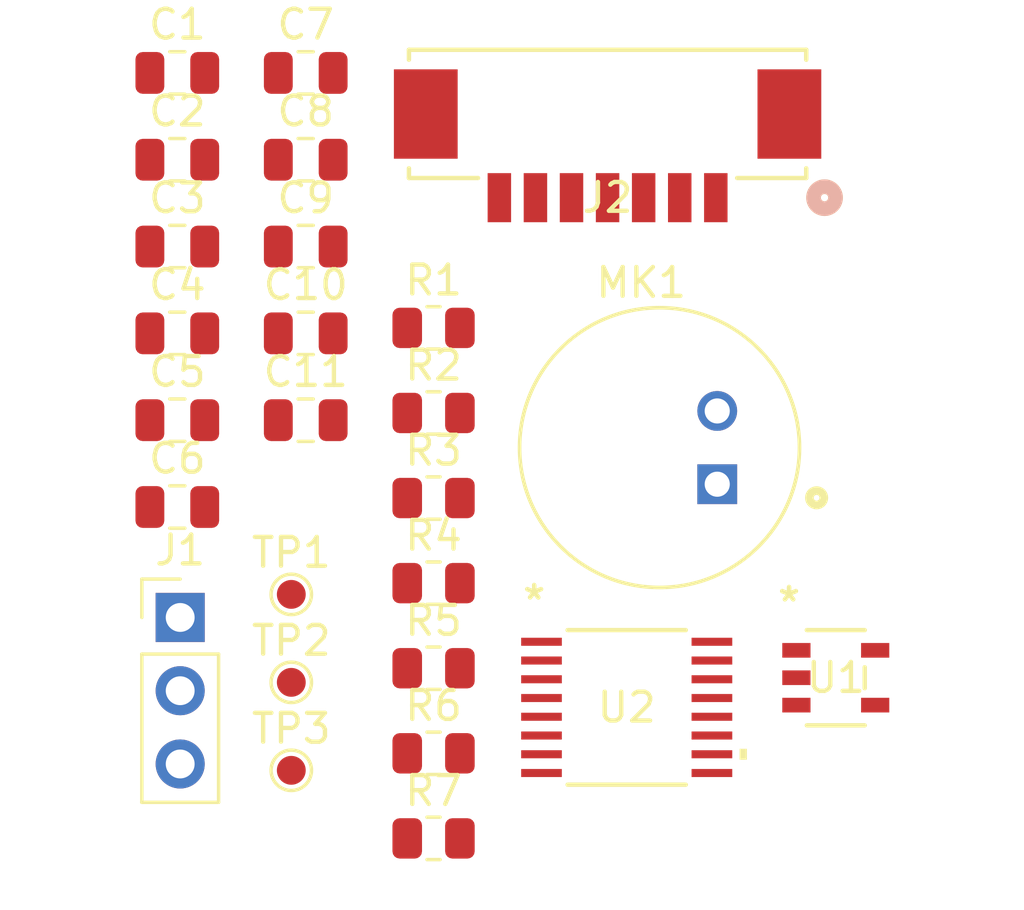
<source format=kicad_pcb>
(kicad_pcb (version 20240108) (generator "pcbnew") (generator_version "8.0")
  (layers (0 "F.Cu" signal) (31 "B.Cu" signal) (34 "B.Paste" user) (35 "F.Paste" user) (36 "B.SilkS" user "B.Silkscreen") (37 "F.SilkS" user "F.Silkscreen") (38 "B.Mask" user) (39 "F.Mask" user) (44 "Edge.Cuts" user))
  (net 0 "")
  (net 1 "Net-(C1-Pad1)")
  (net 2 "GND")
  (net 3 "Net-(U1-+IN)")
  (net 4 "Net-(C2-Pad1)")
  (net 5 "Net-(C3-Pad2)")
  (net 6 "Net-(U1-OUT)")
  (net 7 "Net-(U1--IN)")
  (net 8 "+3V3")
  (net 9 "Net-(U2-LIN)")
  (net 10 "Net-(U2-GSEL)")
  (net 11 "Net-(U2-REGO)")
  (net 12 "Net-(U2-VCOM)")
  (net 13 "Net-(J1-Pin_3)")
  (net 14 "Net-(J1-Pin_1)")
  (net 15 "Net-(J1-Pin_2)")
  (net 16 "Net-(U2-SDTO)")
  (net 17 "Net-(U2-MCLK)")
  (net 18 "Net-(U2-LRCK)")
  (net 20 "Net-(U2-BICK)")
  (net 21 "Net-(U2-CKS)")
  (footprint "Capacitor_SMD:C_0805_2012Metric" (layer "F.Cu") (at 92.76695 64.110799)
    (property "Reference" "C10" (at 0 -1.68 0) (layer "F.SilkS"))
    (property "Value" "1u")
    (fp_line (start -0.261252 -0.735) (end 0.261252 -0.735) (stroke (width 0.12)) (layer "F.SilkS"))
    (fp_line (start -0.261252 0.735) (end 0.261252 0.735) (stroke (width 0.12)) (layer "F.SilkS"))
    (pad "1" smd roundrect (at -0.95 0) (size 1 1.45) (layers "F.Cu" "F.Paste" "F.Mask") (net 11 "Net-(U2-REGO)"))
    (pad "2" smd roundrect (at 0.95 0) (size 1 1.45) (layers "F.Cu" "F.Paste" "F.Mask") (net 2 "GND"))
  )
  (footprint "Capacitor_SMD:C_0805_2012Metric" (layer "F.Cu") (at 92.76695 55.080799)
    (property "Reference" "C7" (at 0 -1.68 0) (layer "F.SilkS"))
    (property "Value" "10u")
    (fp_line (start -0.261252 -0.735) (end 0.261252 -0.735) (stroke (width 0.12)) (layer "F.SilkS"))
    (fp_line (start -0.261252 0.735) (end 0.261252 0.735) (stroke (width 0.12)) (layer "F.SilkS"))
    (pad "1" smd roundrect (at -0.95 0) (size 1 1.45) (layers "F.Cu" "F.Paste" "F.Mask") (net 6 "Net-(U1-OUT)"))
    (pad "2" smd roundrect (at 0.95 0) (size 1 1.45) (layers "F.Cu" "F.Paste" "F.Mask") (net 9 "Net-(U2-LIN)"))
  )
  (footprint "Footprints:Omnidirectional" (layer "F.Cu") (at 105.02695 68.070799)
    (property "Reference" "MK1" (at -0.635215 -5.717015 0) (layer "F.SilkS") (effects (font (size 1.000354 1.000354))))
    (property "Value" "CMA-4544PF-W")
    (fp_circle (center 0 0) (end 4.85 0) (stroke (width 0.127)) (fill none) (layer "F.SilkS"))
    (fp_circle (center 5.443 1.741) (end 5.543 1.741) (stroke (width 0.3)) (fill none) (layer "F.SilkS"))
    (pad "1" thru_hole rect (at 2 1.27) (size 1.378 1.378) (drill 0.87) (layers "*.Cu" "*.Mask") (net 4 "Net-(C2-Pad1)"))
    (pad "2" thru_hole circle (at 2 -1.27) (size 1.378 1.378) (drill 0.87) (layers "*.Cu" "*.Mask") (net 2 "GND"))
  )
  (footprint "Capacitor_SMD:C_0805_2012Metric" (layer "F.Cu") (at 88.31695 61.100799)
    (property "Reference" "C3" (at 0 -1.68 0) (layer "F.SilkS"))
    (property "Value" "500n")
    (fp_line (start -0.261252 -0.735) (end 0.261252 -0.735) (stroke (width 0.12)) (layer "F.SilkS"))
    (fp_line (start -0.261252 0.735) (end 0.261252 0.735) (stroke (width 0.12)) (layer "F.SilkS"))
    (pad "1" smd roundrect (at -0.95 0) (size 1 1.45) (layers "F.Cu" "F.Paste" "F.Mask") (net 2 "GND"))
    (pad "2" smd roundrect (at 0.95 0) (size 1 1.45) (layers "F.Cu" "F.Paste" "F.Mask") (net 5 "Net-(C3-Pad2)"))
  )
  (footprint "Footprints:Op-Amp" (layer "F.Cu") (at 111.13475 76.049999)
    (property "Reference" "U1" (at 0 0 0) (layer "F.SilkS"))
    (property "Value" "OPA1671IDBVR")
    (fp_line (start -1.0033 1.651) (end 1.0033 1.651) (stroke (width 0.1524)) (layer "F.SilkS"))
    (fp_line (start 1.0033 -1.651) (end -1.0033 -1.651) (stroke (width 0.1524)) (layer "F.SilkS"))
    (fp_line (start 1.0033 0.363261) (end 1.0033 -0.363261) (stroke (width 0.1524)) (layer "F.SilkS"))
    (fp_text user "*" (at -1.61925 -2.601 0) (layer "F.SilkS"))
    (fp_text user "*" (at -1.61925 -2.601 0) (layer "F.SilkS"))
    (pad "1" smd rect (at -1.36525 -0.950001) (size 0.9779 0.508) (layers "F.Cu" "F.Paste" "F.Mask") (net 6 "Net-(U1-OUT)"))
    (pad "2" smd rect (at -1.36525 0) (size 0.9779 0.508) (layers "F.Cu" "F.Paste" "F.Mask") (net 2 "GND"))
    (pad "3" smd rect (at -1.36525 0.950001) (size 0.9779 0.508) (layers "F.Cu" "F.Paste" "F.Mask") (net 3 "Net-(U1-+IN)"))
    (pad "4" smd rect (at 1.36525 0.950001) (size 0.9779 0.508) (layers "F.Cu" "F.Paste" "F.Mask") (net 7 "Net-(U1--IN)"))
    (pad "5" smd rect (at 1.36525 -0.950001) (size 0.9779 0.508) (layers "F.Cu" "F.Paste" "F.Mask") (net 8 "+3V3"))
  )
  (footprint "Capacitor_SMD:C_0805_2012Metric" (layer "F.Cu") (at 92.76695 67.120799)
    (property "Reference" "C11" (at 0 -1.68 0) (layer "F.SilkS"))
    (property "Value" "0.47u")
    (fp_line (start -0.261252 -0.735) (end 0.261252 -0.735) (stroke (width 0.12)) (layer "F.SilkS"))
    (fp_line (start -0.261252 0.735) (end 0.261252 0.735) (stroke (width 0.12)) (layer "F.SilkS"))
    (pad "1" smd roundrect (at -0.95 0) (size 1 1.45) (layers "F.Cu" "F.Paste" "F.Mask") (net 12 "Net-(U2-VCOM)"))
    (pad "2" smd roundrect (at 0.95 0) (size 1 1.45) (layers "F.Cu" "F.Paste" "F.Mask") (net 2 "GND"))
  )
  (footprint "Footprints:ADC" (layer "F.Cu") (at 103.88975 77.078699)
    (property "Reference" "U2" (at 0 0 0) (layer "F.SilkS"))
    (property "Value" "~")
    (fp_line (start -2.046677 2.6797) (end 2.046677 2.6797) (stroke (width 0.1524)) (layer "F.SilkS"))
    (fp_line (start 2.046677 -2.6797) (end -2.046677 -2.6797) (stroke (width 0.1524)) (layer "F.SilkS"))
    (fp_poly (pts (xy 4.1656 1.434501) (xy 4.1656 1.815501) (xy 3.9116 1.815501) (xy 3.9116 1.434501)) (fill solid) (layer "F.SilkS"))
    (fp_text user "*" (at -3.20675 -3.697401 0) (layer "F.SilkS"))
    (fp_text user "*" (at -3.20675 -3.697401 0) (layer "F.SilkS"))
    (pad "1" smd rect (at -2.95275 -2.274999) (size 1.4097 0.2794) (layers "F.Cu" "F.Paste" "F.Mask") (net 12 "Net-(U2-VCOM)"))
    (pad "2" smd rect (at -2.95275 -1.625001) (size 1.4097 0.2794) (layers "F.Cu" "F.Paste" "F.Mask") (net 9 "Net-(U2-LIN)"))
    (pad "3" smd rect (at -2.95275 -0.974999) (size 1.4097 0.2794) (layers "F.Cu" "F.Paste" "F.Mask") (net 9 "Net-(U2-LIN)"))
    (pad "4" smd rect (at -2.95275 -0.325001) (size 1.4097 0.2794) (layers "F.Cu" "F.Paste" "F.Mask") (net 2 "GND"))
    (pad "5" smd rect (at -2.95275 0.324998) (size 1.4097 0.2794) (layers "F.Cu" "F.Paste" "F.Mask") (net 8 "+3V3"))
    (pad "6" smd rect (at -2.95275 0.974999) (size 1.4097 0.2794) (layers "F.Cu" "F.Paste" "F.Mask") (net 8 "+3V3"))
    (pad "7" smd rect (at -2.95275 1.624998) (size 1.4097 0.2794) (layers "F.Cu" "F.Paste" "F.Mask") (net 10 "Net-(U2-GSEL)"))
    (pad "8" smd rect (at -2.95275 2.274999) (size 1.4097 0.2794) (layers "F.Cu" "F.Paste" "F.Mask") (net 11 "Net-(U2-REGO)"))
    (pad "9" smd rect (at 2.95275 2.274999) (size 1.4097 0.2794) (layers "F.Cu" "F.Paste" "F.Mask") (net 16 "Net-(U2-SDTO)"))
    (pad "10" smd rect (at 2.95275 1.625001) (size 1.4097 0.2794) (layers "F.Cu" "F.Paste" "F.Mask") (net 18 "Net-(U2-LRCK)"))
    (pad "11" smd rect (at 2.95275 0.974999) (size 1.4097 0.2794) (layers "F.Cu" "F.Paste" "F.Mask") (net 17 "Net-(U2-MCLK)"))
    (pad "12" smd rect (at 2.95275 0.325001) (size 1.4097 0.2794) (layers "F.Cu" "F.Paste" "F.Mask") (net 20 "Net-(U2-BICK)"))
    (pad "13" smd rect (at 2.95275 -0.324998) (size 1.4097 0.2794) (layers "F.Cu" "F.Paste" "F.Mask") (net 14 "Net-(J1-Pin_1)"))
    (pad "14" smd rect (at 2.95275 -0.974999) (size 1.4097 0.2794) (layers "F.Cu" "F.Paste" "F.Mask") (net 15 "Net-(J1-Pin_2)"))
    (pad "15" smd rect (at 2.95275 -1.624998) (size 1.4097 0.2794) (layers "F.Cu" "F.Paste" "F.Mask") (net 13 "Net-(J1-Pin_3)"))
    (pad "16" smd rect (at 2.95275 -2.274999) (size 1.4097 0.2794) (layers "F.Cu" "F.Paste" "F.Mask") (net 21 "Net-(U2-CKS)"))
  )
  (footprint "TestPoint:TestPoint_Pad_D1.0mm" (layer "F.Cu") (at 92.26695 76.210799)
    (property "Reference" "TP2" (at 0 -1.448 0) (layer "F.SilkS"))
    (property "Value" "TestPoint")
    (fp_circle (center 0 0) (end 0 0.7) (stroke (width 0.12)) (fill none) (layer "F.SilkS"))
    (pad "1" smd circle (at 0 0) (size 1 1) (layers "F.Cu" "F.Mask") (net 3 "Net-(U1-+IN)"))
  )
  (footprint "Resistor_SMD:R_0805_2012Metric" (layer "F.Cu") (at 97.19695 75.720799)
    (property "Reference" "R5" (at 0 -1.65 0) (layer "F.SilkS"))
    (property "Value" "1k")
    (fp_line (start -0.227064 -0.735) (end 0.227064 -0.735) (stroke (width 0.12)) (layer "F.SilkS"))
    (fp_line (start -0.227064 0.735) (end 0.227064 0.735) (stroke (width 0.12)) (layer "F.SilkS"))
    (pad "1" smd roundrect (at -0.9125 0) (size 1.025 1.4) (layers "F.Cu" "F.Paste" "F.Mask") (roundrect_rratio 0.243902) (net 7 "Net-(U1--IN)"))
    (pad "2" smd roundrect (at 0.9125 0) (size 1.025 1.4) (layers "F.Cu" "F.Paste" "F.Mask") (roundrect_rratio 0.243902) (net 5 "Net-(C3-Pad2)"))
  )
  (footprint "Capacitor_SMD:C_0805_2012Metric" (layer "F.Cu") (at 88.31695 58.090799)
    (property "Reference" "C2" (at 0 -1.68 0) (layer "F.SilkS"))
    (property "Value" "10u")
    (fp_line (start -0.261252 -0.735) (end 0.261252 -0.735) (stroke (width 0.12)) (layer "F.SilkS"))
    (fp_line (start -0.261252 0.735) (end 0.261252 0.735) (stroke (width 0.12)) (layer "F.SilkS"))
    (pad "1" smd roundrect (at -0.95 0) (size 1 1.45) (layers "F.Cu" "F.Paste" "F.Mask") (net 4 "Net-(C2-Pad1)"))
    (pad "2" smd roundrect (at 0.95 0) (size 1 1.45) (layers "F.Cu" "F.Paste" "F.Mask") (net 3 "Net-(U1-+IN)"))
  )
  (footprint "Resistor_SMD:R_0805_2012Metric" (layer "F.Cu") (at 97.19695 72.770799)
    (property "Reference" "R4" (at 0 -1.65 0) (layer "F.SilkS"))
    (property "Value" "100k")
    (fp_line (start -0.227064 -0.735) (end 0.227064 -0.735) (stroke (width 0.12)) (layer "F.SilkS"))
    (fp_line (start -0.227064 0.735) (end 0.227064 0.735) (stroke (width 0.12)) (layer "F.SilkS"))
    (pad "1" smd roundrect (at -0.9125 0) (size 1.025 1.4) (layers "F.Cu" "F.Paste" "F.Mask") (roundrect_rratio 0.243902) (net 1 "Net-(C1-Pad1)"))
    (pad "2" smd roundrect (at 0.9125 0) (size 1.025 1.4) (layers "F.Cu" "F.Paste" "F.Mask") (roundrect_rratio 0.243902) (net 3 "Net-(U1-+IN)"))
  )
  (footprint "Footprints:HeaderConnection" (layer "F.Cu") (at 103.22705 56.501499)
    (property "Reference" "J2" (at 0 2.9045 0) (layer "F.SilkS"))
    (property "Value" "532610771")
    (fp_circle (center 7.5184 2.9045) (end 7.8994 2.9045) (stroke (width 0.508)) (fill none) (layer "B.SilkS"))
    (fp_line (start -6.8834 -2.2225) (end -6.8834 -1.877639) (stroke (width 0.1524)) (layer "F.SilkS"))
    (fp_line (start -6.8834 1.886641) (end -6.8834 2.2225) (stroke (width 0.1524)) (layer "F.SilkS"))
    (fp_line (start -6.8834 2.2225) (end -4.48914 2.2225) (stroke (width 0.1524)) (layer "F.SilkS"))
    (fp_line (start 4.48914 2.2225) (end 6.8834 2.2225) (stroke (width 0.1524)) (layer "F.SilkS"))
    (fp_line (start 6.8834 -2.2225) (end -6.8834 -2.2225) (stroke (width 0.1524)) (layer "F.SilkS"))
    (fp_line (start 6.8834 -1.877639) (end 6.8834 -2.2225) (stroke (width 0.1524)) (layer "F.SilkS"))
    (fp_line (start 6.8834 2.2225) (end 6.8834 1.886641) (stroke (width 0.1524)) (layer "F.SilkS"))
    (fp_circle (center 7.5184 2.9045) (end 7.8994 2.9045) (stroke (width 0.508)) (fill none) (layer "F.SilkS"))
    (pad "1" smd rect (at 3.75 2.9045) (size 0.8128 1.7018) (layers "F.Cu" "F.Paste" "F.Mask") (net 16 "Net-(U2-SDTO)"))
    (pad "2" smd rect (at 2.5 2.9045) (size 0.8128 1.7018) (layers "F.Cu" "F.Paste" "F.Mask") (net 18 "Net-(U2-LRCK)"))
    (pad "3" smd rect (at 1.25 2.9045) (size 0.8128 1.7018) (layers "F.Cu" "F.Paste" "F.Mask") (net 17 "Net-(U2-MCLK)"))
    (pad "4" smd rect (at 0 2.9045) (size 0.8128 1.7018) (layers "F.Cu" "F.Paste" "F.Mask") (net 20 "Net-(U2-BICK)"))
    (pad "5" smd rect (at -1.25 2.9045) (size 0.8128 1.7018) (layers "F.Cu" "F.Paste" "F.Mask") (net 8 "+3V3"))
    (pad "6" smd rect (at -2.5 2.9045) (size 0.8128 1.7018) (layers "F.Cu" "F.Paste" "F.Mask") (net 2 "GND"))
    (pad "7" smd rect (at -3.75 2.9045) (size 0.8128 1.7018) (layers "F.Cu" "F.Paste" "F.Mask"))
    (pad "8" smd rect (at -6.3 0.004501) (size 2.2098 3.0988) (layers "F.Cu" "F.Paste" "F.Mask"))
    (pad "9" smd rect (at 6.3 0.004501) (size 2.2098 3.0988) (layers "F.Cu" "F.Paste" "F.Mask"))
  )
  (footprint "Capacitor_SMD:C_0805_2012Metric" (layer "F.Cu") (at 92.76695 61.100799)
    (property "Reference" "C9" (at 0 -1.68 0) (layer "F.SilkS"))
    (property "Value" "1u")
    (fp_line (start -0.261252 -0.735) (end 0.261252 -0.735) (stroke (width 0.12)) (layer "F.SilkS"))
    (fp_line (start -0.261252 0.735) (end 0.261252 0.735) (stroke (width 0.12)) (layer "F.SilkS"))
    (pad "1" smd roundrect (at -0.95 0) (size 1 1.45) (layers "F.Cu" "F.Paste" "F.Mask") (net 10 "Net-(U2-GSEL)"))
    (pad "2" smd roundrect (at 0.95 0) (size 1 1.45) (layers "F.Cu" "F.Paste" "F.Mask") (net 2 "GND"))
  )
  (footprint "Resistor_SMD:R_0805_2012Metric" (layer "F.Cu") (at 97.19695 81.620799)
    (property "Reference" "R7" (at 0 -1.65 0) (layer "F.SilkS"))
    (property "Value" "1k")
    (fp_line (start -0.227064 -0.735) (end 0.227064 -0.735) (stroke (width 0.12)) (layer "F.SilkS"))
    (fp_line (start -0.227064 0.735) (end 0.227064 0.735) (stroke (width 0.12)) (layer "F.SilkS"))
    (pad "1" smd roundrect (at -0.9125 0) (size 1.025 1.4) (layers "F.Cu" "F.Paste" "F.Mask") (roundrect_rratio 0.243902) (net 2 "GND"))
    (pad "2" smd roundrect (at 0.9125 0) (size 1.025 1.4) (layers "F.Cu" "F.Paste" "F.Mask") (roundrect_rratio 0.243902) (net 21 "Net-(U2-CKS)"))
  )
  (footprint "Capacitor_SMD:C_0805_2012Metric" (layer "F.Cu") (at 88.31695 55.080799)
    (property "Reference" "C1" (at 0 -1.68 0) (layer "F.SilkS"))
    (property "Value" "10u")
    (fp_line (start -0.261252 -0.735) (end 0.261252 -0.735) (stroke (width 0.12)) (layer "F.SilkS"))
    (fp_line (start -0.261252 0.735) (end 0.261252 0.735) (stroke (width 0.12)) (layer "F.SilkS"))
    (pad "1" smd roundrect (at -0.95 0) (size 1 1.45) (layers "F.Cu" "F.Paste" "F.Mask") (net 1 "Net-(C1-Pad1)"))
    (pad "2" smd roundrect (at 0.95 0) (size 1 1.45) (layers "F.Cu" "F.Paste" "F.Mask") (net 2 "GND"))
  )
  (footprint "TestPoint:TestPoint_Pad_D1.0mm" (layer "F.Cu") (at 92.26695 73.160799)
    (property "Reference" "TP1" (at 0 -1.448 0) (layer "F.SilkS"))
    (property "Value" "TestPoint")
    (fp_circle (center 0 0) (end 0 0.7) (stroke (width 0.12)) (fill none) (layer "F.SilkS"))
    (pad "1" smd circle (at 0 0) (size 1 1) (layers "F.Cu" "F.Mask") (net 2 "GND"))
  )
  (footprint "TestPoint:TestPoint_Pad_D1.0mm" (layer "F.Cu") (at 92.26695 79.260799)
    (property "Reference" "TP3" (at 0 -1.448 0) (layer "F.SilkS"))
    (property "Value" "TestPoint")
    (fp_circle (center 0 0) (end 0 0.7) (stroke (width 0.12)) (fill none) (layer "F.SilkS"))
    (pad "1" smd circle (at 0 0) (size 1 1) (layers "F.Cu" "F.Mask") (net 6 "Net-(U1-OUT)"))
  )
  (footprint "Connector_PinHeader_2.54mm:PinHeader_1x03_P2.54mm_Vertical" (layer "F.Cu") (at 88.41695 73.960799)
    (property "Reference" "J1" (at 0 -2.33 0) (layer "F.SilkS"))
    (property "Value" "Conn_01x03_Pin")
    (fp_line (start -1.33 -1.33) (end 0 -1.33) (stroke (width 0.12)) (layer "F.SilkS"))
    (fp_line (start -1.33 0) (end -1.33 -1.33) (stroke (width 0.12)) (layer "F.SilkS"))
    (fp_line (start -1.33 1.27) (end -1.33 6.41) (stroke (width 0.12)) (layer "F.SilkS"))
    (fp_line (start -1.33 1.27) (end 1.33 1.27) (stroke (width 0.12)) (layer "F.SilkS"))
    (fp_line (start -1.33 6.41) (end 1.33 6.41) (stroke (width 0.12)) (layer "F.SilkS"))
    (fp_line (start 1.33 1.27) (end 1.33 6.41) (stroke (width 0.12)) (layer "F.SilkS"))
    (pad "1" thru_hole rect (at 0 0) (size 1.7 1.7) (drill 1) (layers "*.Cu" "*.Mask") (net 14 "Net-(J1-Pin_1)"))
    (pad "2" thru_hole oval (at 0 2.54) (size 1.7 1.7) (drill 1) (layers "*.Cu" "*.Mask") (net 15 "Net-(J1-Pin_2)"))
    (pad "3" thru_hole oval (at 0 5.08) (size 1.7 1.7) (drill 1) (layers "*.Cu" "*.Mask") (net 13 "Net-(J1-Pin_3)"))
  )
  (footprint "Capacitor_SMD:C_0805_2012Metric" (layer "F.Cu") (at 92.76695 58.090799)
    (property "Reference" "C8" (at 0 -1.68 0) (layer "F.SilkS"))
    (property "Value" "1u")
    (fp_line (start -0.261252 -0.735) (end 0.261252 -0.735) (stroke (width 0.12)) (layer "F.SilkS"))
    (fp_line (start -0.261252 0.735) (end 0.261252 0.735) (stroke (width 0.12)) (layer "F.SilkS"))
    (pad "1" smd roundrect (at -0.95 0) (size 1 1.45) (layers "F.Cu" "F.Paste" "F.Mask") (net 2 "GND"))
    (pad "2" smd roundrect (at 0.95 0) (size 1 1.45) (layers "F.Cu" "F.Paste" "F.Mask") (net 8 "+3V3"))
  )
  (footprint "Resistor_SMD:R_0805_2012Metric" (layer "F.Cu") (at 97.19695 78.670799)
    (property "Reference" "R6" (at 0 -1.65 0) (layer "F.SilkS"))
    (property "Value" "9k")
    (fp_line (start -0.227064 -0.735) (end 0.227064 -0.735) (stroke (width 0.12)) (layer "F.SilkS"))
    (fp_line (start -0.227064 0.735) (end 0.227064 0.735) (stroke (width 0.12)) (layer "F.SilkS"))
    (pad "1" smd roundrect (at -0.9125 0) (size 1.025 1.4) (layers "F.Cu" "F.Paste" "F.Mask") (roundrect_rratio 0.243902) (net 6 "Net-(U1-OUT)"))
    (pad "2" smd roundrect (at 0.9125 0) (size 1.025 1.4) (layers "F.Cu" "F.Paste" "F.Mask") (roundrect_rratio 0.243902) (net 7 "Net-(U1--IN)"))
  )
  (footprint "Capacitor_SMD:C_0805_2012Metric" (layer "F.Cu") (at 88.31695 70.130799)
    (property "Reference" "C6" (at 0 -1.68 0) (layer "F.SilkS"))
    (property "Value" "10u")
    (fp_line (start -0.261252 -0.735) (end 0.261252 -0.735) (stroke (width 0.12)) (layer "F.SilkS"))
    (fp_line (start -0.261252 0.735) (end 0.261252 0.735) (stroke (width 0.12)) (layer "F.SilkS"))
    (pad "1" smd roundrect (at -0.95 0) (size 1 1.45) (layers "F.Cu" "F.Paste" "F.Mask") (net 8 "+3V3"))
    (pad "2" smd roundrect (at 0.95 0) (size 1 1.45) (layers "F.Cu" "F.Paste" "F.Mask") (net 2 "GND"))
  )
  (footprint "Resistor_SMD:R_0805_2012Metric" (layer "F.Cu") (at 97.19695 66.870799)
    (property "Reference" "R2" (at 0 -1.65 0) (layer "F.SilkS"))
    (property "Value" "10k")
    (fp_line (start -0.227064 -0.735) (end 0.227064 -0.735) (stroke (width 0.12)) (layer "F.SilkS"))
    (fp_line (start -0.227064 0.735) (end 0.227064 0.735) (stroke (width 0.12)) (layer "F.SilkS"))
    (pad "1" smd roundrect (at -0.9125 0) (size 1.025 1.4) (layers "F.Cu" "F.Paste" "F.Mask") (roundrect_rratio 0.243902) (net 1 "Net-(C1-Pad1)"))
    (pad "2" smd roundrect (at 0.9125 0) (size 1.025 1.4) (layers "F.Cu" "F.Paste" "F.Mask") (roundrect_rratio 0.243902) (net 4 "Net-(C2-Pad1)"))
  )
  (footprint "Resistor_SMD:R_0805_2012Metric" (layer "F.Cu") (at 97.19695 69.820799)
    (property "Reference" "R3" (at 0 -1.65 0) (layer "F.SilkS"))
    (property "Value" "100k")
    (fp_line (start -0.227064 -0.735) (end 0.227064 -0.735) (stroke (width 0.12)) (layer "F.SilkS"))
    (fp_line (start -0.227064 0.735) (end 0.227064 0.735) (stroke (width 0.12)) (layer "F.SilkS"))
    (pad "1" smd roundrect (at -0.9125 0) (size 1.025 1.4) (layers "F.Cu" "F.Paste" "F.Mask") (roundrect_rratio 0.243902) (net 3 "Net-(U1-+IN)"))
    (pad "2" smd roundrect (at 0.9125 0) (size 1.025 1.4) (layers "F.Cu" "F.Paste" "F.Mask") (roundrect_rratio 0.243902) (net 2 "GND"))
  )
  (footprint "Capacitor_SMD:C_0805_2012Metric" (layer "F.Cu") (at 88.31695 67.120799)
    (property "Reference" "C5" (at 0 -1.68 0) (layer "F.SilkS"))
    (property "Value" "10u")
    (fp_line (start -0.261252 -0.735) (end 0.261252 -0.735) (stroke (width 0.12)) (layer "F.SilkS"))
    (fp_line (start -0.261252 0.735) (end 0.261252 0.735) (stroke (width 0.12)) (layer "F.SilkS"))
    (pad "1" smd roundrect (at -0.95 0) (size 1 1.45) (layers "F.Cu" "F.Paste" "F.Mask") (net 2 "GND"))
    (pad "2" smd roundrect (at 0.95 0) (size 1 1.45) (layers "F.Cu" "F.Paste" "F.Mask") (net 8 "+3V3"))
  )
  (footprint "Resistor_SMD:R_0805_2012Metric" (layer "F.Cu") (at 97.19695 63.920799)
    (property "Reference" "R1" (at 0 -1.65 0) (layer "F.SilkS"))
    (property "Value" "1.58k")
    (fp_line (start -0.227064 -0.735) (end 0.227064 -0.735) (stroke (width 0.12)) (layer "F.SilkS"))
    (fp_line (start -0.227064 0.735) (end 0.227064 0.735) (stroke (width 0.12)) (layer "F.SilkS"))
    (pad "1" smd roundrect (at -0.9125 0) (size 1.025 1.4) (layers "F.Cu" "F.Paste" "F.Mask") (roundrect_rratio 0.243902) (net 1 "Net-(C1-Pad1)"))
    (pad "2" smd roundrect (at 0.9125 0) (size 1.025 1.4) (layers "F.Cu" "F.Paste" "F.Mask") (roundrect_rratio 0.243902) (net 8 "+3V3"))
  )
  (footprint "Capacitor_SMD:C_0805_2012Metric" (layer "F.Cu") (at 88.31695 64.110799)
    (property "Reference" "C4" (at 0 -1.68 0) (layer "F.SilkS"))
    (property "Value" "80n")
    (fp_line (start -0.261252 -0.735) (end 0.261252 -0.735) (stroke (width 0.12)) (layer "F.SilkS"))
    (fp_line (start -0.261252 0.735) (end 0.261252 0.735) (stroke (width 0.12)) (layer "F.SilkS"))
    (pad "1" smd roundrect (at -0.95 0) (size 1 1.45) (layers "F.Cu" "F.Paste" "F.Mask") (net 7 "Net-(U1--IN)"))
    (pad "2" smd roundrect (at 0.95 0) (size 1 1.45) (layers "F.Cu" "F.Paste" "F.Mask") (net 6 "Net-(U1-OUT)"))
  )
)
</source>
